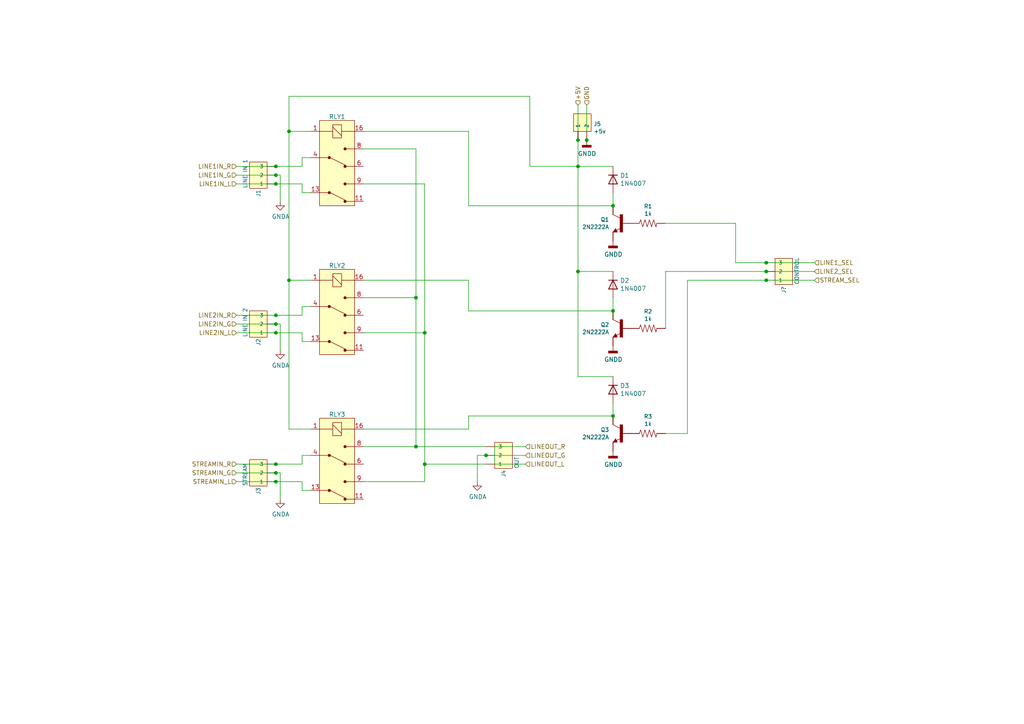
<source format=kicad_sch>
(kicad_sch (version 20211123) (generator eeschema)
  (paper "A4")
  (title_block (title "ModulAmp") (rev "1.0") (company "Paolo Marcucci"))
  (lib_symbols
    (symbol "Diode:1N4007" (pin_numbers hide) (pin_names (offset 1.016) hide)
      (property "Reference" "D" (at 0 2.54 0))
      (property "Value" "1N4007" (at 0 -2.54 0))
      (symbol "1N4007_0_1"
        (polyline (pts (xy -1.27 1.27) (xy -1.27 -1.27)) (stroke (width 0.254)))
        (polyline (pts (xy 1.27 0) (xy -1.27 0)))
        (polyline (pts (xy 1.27 1.27) (xy 1.27 -1.27) (xy -1.27 0) (xy 1.27 1.27)) (stroke (width 0.254)))
      )
      (symbol "1N4007_1_1"
        (pin passive line (at -3.81 0 0) (length 2.54) (name "K") (number "1"))
        (pin passive line (at 3.81 0 180) (length 2.54) (name "A") (number "2"))
      )
    )
    (symbol "SparkFun-Connectors:CONN_02JST-PTH-2" (pin_numbers hide) (pin_names (offset 1.016))
      (property "Reference" "J" (at -5.08 5.08 0))
      (property "Value" "SparkFun-Connectors_CONN_02JST-PTH-2" (at -5.08 -3.81 0))
      (property "Field4" "CONN-09863" (at 0 8.89 0))
      (symbol "CONN_02JST-PTH-2_1_0"
        (rectangle (start 0 -1.27) (end -5.08 3.81) (fill (type background)))
      )
      (symbol "CONN_02JST-PTH-2_1_1"
        (pin passive line (at 2.54 0 180) (length 2.54) (name "1") (number "1"))
        (pin passive line (at 2.54 2.54 180) (length 2.54) (name "2") (number "2"))
      )
    )
    (symbol "SparkFun-Connectors:CONN_03JST-PTH-VERT" (pin_numbers hide) (pin_names (offset 1.016))
      (property "Reference" "J" (at -5.08 7.62 0))
      (property "Value" "SparkFun-Connectors_CONN_03JST-PTH-VERT" (at -5.08 -3.81 0))
      (property "Field4" "CONN-13230" (at 0 11.43 0))
      (symbol "CONN_03JST-PTH-VERT_0_1"
        (rectangle (start 0 -1.27) (end -5.08 6.35) (fill (type background)))
      )
      (symbol "CONN_03JST-PTH-VERT_1_1"
        (pin passive line (at 2.54 0 180) (length 2.54) (name "1") (number "1"))
        (pin passive line (at 2.54 2.54 180) (length 2.54) (name "2") (number "2"))
        (pin passive line (at 2.54 5.08 180) (length 2.54) (name "3") (number "3"))
      )
    )
    (symbol "SparkFun-DiscreteSemi:TRANS_NPN-P2N2222A" (pin_numbers hide) (pin_names (offset 1.016) hide)
      (property "Reference" "Q" (at 3.81 3.81 0))
      (property "Value" "SparkFun-DiscreteSemi_TRANS_NPN-P2N2222A" (at 3.81 -5.08 0))
      (property "Field4" "TRANS-09536" (at 0 7.62 0))
      (symbol "TRANS_NPN-P2N2222A_1_0"
        (polyline (pts (xy 1.524 -2.032) (xy 0.3048 -1.4224)))
        (polyline (pts (xy 2.54 2.54) (xy 0.508 1.524)))
      )
      (symbol "TRANS_NPN-P2N2222A_1_1"
        (rectangle (start -0.254 -2.54) (end 0.508 2.54) (fill (type outline)))
        (polyline (pts (xy 1.778 -1.524) (xy 2.54 -2.54) (xy 1.27 -2.54) (xy 1.778 -1.524)) (fill (type outline)))
        (pin passive line (at 2.54 5.08 270) (length 2.54) (name "C") (number "1"))
        (pin passive line (at -2.54 0 0) (length 2.54) (name "B") (number "2"))
        (pin passive line (at 2.54 -5.08 90) (length 2.54) (name "E") (number "3"))
      )
    )
    (symbol "SparkFun-Resistors:1KOHM-HORIZ-1_4W-5%" (pin_numbers hide) (pin_names (offset 1.016) hide)
      (property "Reference" "R" (at -5.08 1.27 0))
      (property "Value" "SparkFun-Resistors_1KOHM-HORIZ-1_4W-5%" (at -5.08 -3.81 0))
      (property "Field4" "RES-08380" (at 0 5.08 0))
      (symbol "1KOHM-HORIZ-1_4W-5%_1_0"
        (polyline (pts (xy -2.54 0) (xy -2.159 1.016)))
        (polyline (pts (xy -2.159 1.016) (xy -1.524 -1.016)))
        (polyline (pts (xy -1.524 -1.016) (xy -0.889 1.016)))
        (polyline (pts (xy -0.889 1.016) (xy -0.254 -1.016)))
        (polyline (pts (xy -0.254 -1.016) (xy 0.381 1.016)))
        (polyline (pts (xy 0.381 1.016) (xy 1.016 -1.016)))
        (polyline (pts (xy 1.016 -1.016) (xy 1.651 1.016)))
        (polyline (pts (xy 1.651 1.016) (xy 2.286 -1.016)))
        (polyline (pts (xy 2.286 -1.016) (xy 2.54 0)))
      )
      (symbol "1KOHM-HORIZ-1_4W-5%_1_1"
        (pin passive line (at -5.08 0 0) (length 2.54) (name "1") (number "P$1"))
        (pin passive line (at 5.08 0 180) (length 2.54) (name "2") (number "P$2"))
      )
    )
    (symbol "dk_Signal-Relays-Up-to-2-Amps:G5V-2-DC12" (pin_names (offset 1.016) hide)
      (property "Reference" "RLY" (at -15.875 6.35 0))
      (property "Value" "G5V-2-DC12" (at -14.986 4.826 90))
      (symbol "G5V-2-DC12_0_1"
        (rectangle (start -13.335 5.08) (end 11.43 -5.08) (fill (type background)))
        (rectangle (start -12.065 1.27) (end -8.255 -1.27))
        (circle (center -5.08 2.286) (radius 0.3556) (fill (type outline)))
        (circle (center -2.54 -2.286) (radius 0.3556) (fill (type outline)))
        (polyline (pts (xy -11.43 -1.27) (xy -8.89 1.27)))
        (polyline (pts (xy -10.16 -1.27) (xy -10.16 -5.08)))
        (polyline (pts (xy -10.16 5.08) (xy -10.16 1.27)))
        (polyline (pts (xy -5.08 5.08) (xy -5.08 2.54)))
        (polyline (pts (xy -2.54 -5.08) (xy -2.54 -2.54)))
        (polyline (pts (xy -2.54 -2.032) (xy -0.254 2.54)))
        (polyline (pts (xy 0 5.08) (xy 0 2.54)))
        (polyline (pts (xy 5.08 5.08) (xy 5.08 2.54)))
        (polyline (pts (xy 7.62 -5.08) (xy 7.62 -2.54)))
        (polyline (pts (xy 7.62 -2.032) (xy 9.906 2.54)))
        (polyline (pts (xy 10.16 5.08) (xy 10.16 2.54)))
        (circle (center 0 2.286) (radius 0.3556) (fill (type outline)))
        (circle (center 5.08 2.286) (radius 0.3556) (fill (type outline)))
        (circle (center 7.62 -2.286) (radius 0.3556) (fill (type outline)))
        (circle (center 10.16 2.286) (radius 0.3556) (fill (type outline)))
      )
      (symbol "G5V-2-DC12_1_1"
        (pin passive line (at -10.16 -7.62 90) (length 2.54) (name "COIL") (number "1"))
        (pin passive line (at 10.16 7.62 270) (length 2.54) (name "NC2") (number "11"))
        (pin passive line (at 7.62 -7.62 90) (length 2.54) (name "COM2") (number "13"))
        (pin passive line (at -10.16 7.62 270) (length 2.54) (name "COIL") (number "16"))
        (pin passive line (at -2.54 -7.62 90) (length 2.54) (name "COM1") (number "4"))
        (pin passive line (at 0 7.62 270) (length 2.54) (name "NC1") (number "6"))
        (pin passive line (at -5.08 7.62 270) (length 2.54) (name "NO1") (number "8"))
        (pin passive line (at 5.08 7.62 270) (length 2.54) (name "NO2") (number "9"))
      )
    )
    (symbol "power:GNDA" (power) (pin_names (offset 0))
      (property "Value" "GNDA" (at 0 -3.81 0))
      (symbol "GNDA_0_1"
        (polyline (pts (xy 0 0) (xy 0 -1.27) (xy 1.27 -1.27) (xy 0 -2.54) (xy -1.27 -1.27) (xy 0 -1.27)))
      )
      (symbol "GNDA_1_1"
        (pin power_in line (at 0 0 270) (length 0) hide (name "GNDA") (number "1"))
      )
    )
    (symbol "power:GNDD" (power) (pin_names (offset 0))
      (property "Value" "GNDD" (at 0 -3.175 0))
      (symbol "GNDD_0_1"
        (rectangle (start -1.27 -1.524) (end 1.27 -2.032) (stroke (width 0.254)) (fill (type outline)))
        (polyline (pts (xy 0 0) (xy 0 -1.524)))
      )
      (symbol "GNDD_1_1"
        (pin power_in line (at 0 0 270) (length 0) hide (name "GNDD") (number "1"))
      )
    )
  )
  (junction (at 80.01 48.26))
  (junction (at 123.19 134.62))
  (junction (at 83.82 38.1))
  (junction (at 167.64 48.26))
  (junction (at 222.25 76.2))
  (junction (at 167.64 40.64))
  (junction (at 222.25 78.74))
  (junction (at 80.01 96.52))
  (junction (at 83.82 81.28))
  (junction (at 170.18 40.64))
  (junction (at 80.01 93.98))
  (junction (at 80.01 137.16))
  (junction (at 167.64 78.74))
  (junction (at 80.01 91.44))
  (junction (at 177.8 90.17))
  (junction (at 120.65 129.54))
  (junction (at 177.8 120.65))
  (junction (at 222.25 81.28))
  (junction (at 80.01 134.62))
  (junction (at 123.19 96.52))
  (junction (at 80.01 139.7))
  (junction (at 80.01 53.34))
  (junction (at 120.65 86.36))
  (junction (at 140.97 132.08))
  (junction (at 177.8 59.69))
  (junction (at 80.01 50.8))
  (wire (pts (xy 80.01 53.34) (xy 87.63 53.34)))
  (wire (pts (xy 105.41 139.7) (xy 123.19 139.7)))
  (wire (pts (xy 105.41 53.34) (xy 123.19 53.34)))
  (wire (pts (xy 81.28 101.6) (xy 81.28 93.98)))
  (wire (pts (xy 138.43 132.08) (xy 140.97 132.08)))
  (wire (pts (xy 68.58 93.98) (xy 80.01 93.98)))
  (wire (pts (xy 83.82 81.28) (xy 83.82 124.46)))
  (wire (pts (xy 135.89 120.65) (xy 177.8 120.65)))
  (wire (pts (xy 105.41 38.1) (xy 135.89 38.1)))
  (wire (pts (xy 138.43 139.7) (xy 138.43 132.08)))
  (wire (pts (xy 213.36 64.77) (xy 213.36 76.2)))
  (wire (pts (xy 120.65 43.18) (xy 120.65 86.36)))
  (wire (pts (xy 105.41 96.52) (xy 123.19 96.52)))
  (wire (pts (xy 193.04 125.73) (xy 199.39 125.73)))
  (wire (pts (xy 81.28 144.78) (xy 81.28 137.16)))
  (wire (pts (xy 87.63 45.72) (xy 87.63 48.26)))
  (wire (pts (xy 80.01 91.44) (xy 87.63 91.44)))
  (wire (pts (xy 83.82 38.1) (xy 83.82 81.28)))
  (wire (pts (xy 123.19 53.34) (xy 123.19 96.52)))
  (wire (pts (xy 199.39 125.73) (xy 199.39 81.28)))
  (wire (pts (xy 177.8 90.17) (xy 135.89 90.17)))
  (wire (pts (xy 152.4 129.54) (xy 143.51 129.54)))
  (wire (pts (xy 123.19 134.62) (xy 140.97 134.62)))
  (wire (pts (xy 68.58 137.16) (xy 80.01 137.16)))
  (wire (pts (xy 68.58 91.44) (xy 80.01 91.44)))
  (wire (pts (xy 120.65 129.54) (xy 140.97 129.54)))
  (wire (pts (xy 80.01 96.52) (xy 87.63 96.52)))
  (wire (pts (xy 222.25 78.74) (xy 236.22 78.74)))
  (wire (pts (xy 135.89 81.28) (xy 135.89 90.17)))
  (wire (pts (xy 87.63 99.06) (xy 87.63 96.52)))
  (wire (pts (xy 170.18 30.48) (xy 170.18 40.64)))
  (wire (pts (xy 167.64 30.48) (xy 167.64 40.64)))
  (wire (pts (xy 177.8 120.65) (xy 177.8 116.84)))
  (wire (pts (xy 193.04 78.74) (xy 222.25 78.74)))
  (wire (pts (xy 105.41 129.54) (xy 120.65 129.54)))
  (wire (pts (xy 193.04 64.77) (xy 213.36 64.77)))
  (wire (pts (xy 222.25 76.2) (xy 236.22 76.2)))
  (wire (pts (xy 193.04 95.25) (xy 193.04 78.74)))
  (wire (pts (xy 167.64 78.74) (xy 177.8 78.74)))
  (wire (pts (xy 167.64 48.26) (xy 167.64 78.74)))
  (wire (pts (xy 90.17 132.08) (xy 87.63 132.08)))
  (wire (pts (xy 153.67 27.94) (xy 153.67 48.26)))
  (wire (pts (xy 105.41 81.28) (xy 135.89 81.28)))
  (wire (pts (xy 143.51 134.62) (xy 152.4 134.62)))
  (wire (pts (xy 167.64 48.26) (xy 177.8 48.26)))
  (wire (pts (xy 80.01 50.8) (xy 81.28 50.8)))
  (wire (pts (xy 153.67 48.26) (xy 167.64 48.26)))
  (wire (pts (xy 135.89 120.65) (xy 135.89 124.46)))
  (wire (pts (xy 135.89 38.1) (xy 135.89 59.69)))
  (wire (pts (xy 80.01 134.62) (xy 87.63 134.62)))
  (wire (pts (xy 177.8 59.69) (xy 177.8 55.88)))
  (wire (pts (xy 87.63 55.88) (xy 87.63 53.34)))
  (wire (pts (xy 120.65 86.36) (xy 120.65 129.54)))
  (wire (pts (xy 152.4 132.08) (xy 140.97 132.08)))
  (wire (pts (xy 177.8 123.19) (xy 177.8 120.65)))
  (wire (pts (xy 68.58 48.26) (xy 80.01 48.26)))
  (wire (pts (xy 105.41 86.36) (xy 120.65 86.36)))
  (wire (pts (xy 123.19 96.52) (xy 123.19 134.62)))
  (wire (pts (xy 80.01 93.98) (xy 81.28 93.98)))
  (wire (pts (xy 90.17 99.06) (xy 87.63 99.06)))
  (wire (pts (xy 167.64 109.22) (xy 177.8 109.22)))
  (wire (pts (xy 83.82 27.94) (xy 153.67 27.94)))
  (wire (pts (xy 90.17 142.24) (xy 87.63 142.24)))
  (wire (pts (xy 87.63 132.08) (xy 87.63 134.62)))
  (wire (pts (xy 87.63 88.9) (xy 87.63 91.44)))
  (wire (pts (xy 83.82 124.46) (xy 90.17 124.46)))
  (wire (pts (xy 222.25 81.28) (xy 236.22 81.28)))
  (wire (pts (xy 167.64 40.64) (xy 167.64 48.26)))
  (wire (pts (xy 68.58 53.34) (xy 80.01 53.34)))
  (wire (pts (xy 177.8 92.71) (xy 177.8 90.17)))
  (wire (pts (xy 87.63 142.24) (xy 87.63 139.7)))
  (wire (pts (xy 90.17 55.88) (xy 87.63 55.88)))
  (wire (pts (xy 143.51 129.54) (xy 143.51 134.62)))
  (wire (pts (xy 80.01 139.7) (xy 87.63 139.7)))
  (wire (pts (xy 199.39 81.28) (xy 222.25 81.28)))
  (wire (pts (xy 80.01 48.26) (xy 87.63 48.26)))
  (wire (pts (xy 83.82 38.1) (xy 90.17 38.1)))
  (wire (pts (xy 81.28 58.42) (xy 81.28 50.8)))
  (wire (pts (xy 177.8 62.23) (xy 177.8 59.69)))
  (wire (pts (xy 68.58 134.62) (xy 80.01 134.62)))
  (wire (pts (xy 105.41 43.18) (xy 120.65 43.18)))
  (wire (pts (xy 213.36 76.2) (xy 222.25 76.2)))
  (wire (pts (xy 80.01 137.16) (xy 81.28 137.16)))
  (wire (pts (xy 177.8 90.17) (xy 177.8 86.36)))
  (wire (pts (xy 177.8 59.69) (xy 135.89 59.69)))
  (wire (pts (xy 68.58 50.8) (xy 80.01 50.8)))
  (wire (pts (xy 87.63 45.72) (xy 90.17 45.72)))
  (wire (pts (xy 167.64 78.74) (xy 167.64 109.22)))
  (wire (pts (xy 90.17 88.9) (xy 87.63 88.9)))
  (wire (pts (xy 68.58 96.52) (xy 80.01 96.52)))
  (wire (pts (xy 105.41 124.46) (xy 135.89 124.46)))
  (wire (pts (xy 83.82 81.28) (xy 90.17 81.28)))
  (wire (pts (xy 83.82 38.1) (xy 83.82 27.94)))
  (wire (pts (xy 68.58 139.7) (xy 80.01 139.7)))
  (wire (pts (xy 123.19 134.62) (xy 123.19 139.7)))
  (hierarchical_label "LINEOUT_L" (shape input) (at 152.4 134.62 0))
  (hierarchical_label "LINEOUT_G" (shape input) (at 152.4 132.08 0))
  (hierarchical_label "STREAMIN_G" (shape input) (at 68.58 137.16 180))
  (hierarchical_label "LINE1_SEL" (shape input) (at 236.22 76.2 0))
  (hierarchical_label "LINE2IN_G" (shape input) (at 68.58 93.98 180))
  (hierarchical_label "+5V" (shape input) (at 167.64 30.48 90))
  (hierarchical_label "LINE2IN_L" (shape input) (at 68.58 96.52 180))
  (hierarchical_label "STREAM_SEL" (shape input) (at 236.22 81.28 0))
  (hierarchical_label "LINE2_SEL" (shape input) (at 236.22 78.74 0))
  (hierarchical_label "LINE2IN_R" (shape input) (at 68.58 91.44 180))
  (hierarchical_label "STREAMIN_L" (shape input) (at 68.58 139.7 180))
  (hierarchical_label "LINE1IN_L" (shape input) (at 68.58 53.34 180))
  (hierarchical_label "STREAMIN_R" (shape input) (at 68.58 134.62 180))
  (hierarchical_label "LINE1IN_R" (shape input) (at 68.58 48.26 180))
  (hierarchical_label "LINEOUT_R" (shape input) (at 152.4 129.54 0))
  (hierarchical_label "GND" (shape input) (at 170.18 30.48 90))
  (hierarchical_label "LINE1IN_G" (shape input) (at 68.58 50.8 180))
  (symbol (lib_id "power:GNDD") (at 177.8 130.81 0) (unit 1)
    (property "Reference" "#PWR0105" (effects hide))
    (property "Value" "GNDD" (at 177.9016 134.747 0))
  )
  (symbol (lib_id "Diode:1N4007") (at 177.8 113.03 270) (unit 1)
    (property "Reference" "D3" (at 179.832 111.8616 90) (effects (justify left)))
    (property "Value" "1N4007" (at 179.832 114.173 90) (effects (justify left)))
    (property "Footprint" "Diode_THT:D_DO-41_SOD81_P10.16mm_Horizontal" (effects hide))
    (property "Datasheet" "http://www.vishay.com/docs/88503/1n4001.pdf" (effects hide))
  )
  (symbol (lib_id "SparkFun-DiscreteSemi:TRANS_NPN-P2N2222A") (at 180.34 125.73 0) (mirror y) (unit 1)
    (property "Reference" "Q3" (at 176.6824 124.6632 0) (effects (font (size 1.143 1.143)) (justify left)))
    (property "Value" "2N2222A" (at 176.6824 126.7968 0) (effects (font (size 1.143 1.143)) (justify left)))
    (property "Footprint" "TO-92" (effects hide))
    (property "Field4" "TRANS-09536" (effects hide))
  )
  (symbol (lib_id "SparkFun-Resistors:1KOHM-HORIZ-1_4W-5%") (at 187.96 125.73 0) (unit 1)
    (property "Reference" "R3" (at 187.96 120.8024 0) (effects (font (size 1.143 1.143))))
    (property "Value" "1k" (at 187.96 122.936 0) (effects (font (size 1.143 1.143))))
    (property "Footprint" "AXIAL-0.3" (effects hide))
    (property "Field4" "RES-08380" (effects hide))
  )
  (symbol (lib_id "power:GNDD") (at 177.8 100.33 0) (unit 1)
    (property "Reference" "#PWR0106" (effects hide))
    (property "Value" "GNDD" (at 177.9016 104.267 0))
  )
  (symbol (lib_id "Diode:1N4007") (at 177.8 82.55 270) (unit 1)
    (property "Reference" "D2" (at 179.832 81.3816 90) (effects (justify left)))
    (property "Value" "1N4007" (at 179.832 83.693 90) (effects (justify left)))
    (property "Footprint" "Diode_THT:D_DO-41_SOD81_P10.16mm_Horizontal" (effects hide))
    (property "Datasheet" "http://www.vishay.com/docs/88503/1n4001.pdf" (effects hide))
  )
  (symbol (lib_id "SparkFun-DiscreteSemi:TRANS_NPN-P2N2222A") (at 180.34 95.25 0) (mirror y) (unit 1)
    (property "Reference" "Q2" (at 176.6824 94.1832 0) (effects (font (size 1.143 1.143)) (justify left)))
    (property "Value" "2N2222A" (at 176.6824 96.3168 0) (effects (font (size 1.143 1.143)) (justify left)))
    (property "Footprint" "TO-92" (effects hide))
    (property "Field4" "TRANS-09536" (effects hide))
  )
  (symbol (lib_id "SparkFun-Resistors:1KOHM-HORIZ-1_4W-5%") (at 187.96 95.25 0) (unit 1)
    (property "Reference" "R2" (at 187.96 90.3224 0) (effects (font (size 1.143 1.143))))
    (property "Value" "1k" (at 187.96 92.456 0) (effects (font (size 1.143 1.143))))
    (property "Footprint" "AXIAL-0.3" (effects hide))
    (property "Field4" "RES-08380" (effects hide))
  )
  (symbol (lib_id "power:GNDD") (at 177.8 69.85 0) (unit 1)
    (property "Reference" "#PWR0107" (effects hide))
    (property "Value" "GNDD" (at 177.9016 73.787 0))
  )
  (symbol (lib_id "power:GNDD") (at 170.18 40.64 0) (unit 1)
    (property "Reference" "#PWR0108" (effects hide))
    (property "Value" "GNDD" (at 170.2816 44.577 0))
  )
  (symbol (lib_id "SparkFun-Connectors:CONN_02JST-PTH-2") (at 167.64 38.1 270) (unit 1)
    (property "Reference" "J5" (at 172.1612 35.9664 90) (effects (font (size 1.143 1.143)) (justify left)))
    (property "Value" "+5v" (at 172.1612 38.1 90) (effects (font (size 1.143 1.143)) (justify left)))
    (property "Footprint" "JST-2-PTH" (effects hide))
    (property "Field4" "CONN-09863" (effects hide))
  )
  (symbol (lib_id "power:GNDA") (at 138.43 139.7 0) (unit 1)
    (property "Reference" "#PWR0109" (effects hide))
    (property "Value" "GNDA" (at 138.557 144.0942 0))
  )
  (symbol (lib_id "Diode:1N4007") (at 177.8 52.07 270) (unit 1)
    (property "Reference" "D1" (at 179.832 50.9016 90) (effects (justify left)))
    (property "Value" "1N4007" (at 179.832 53.213 90) (effects (justify left)))
    (property "Footprint" "Diode_THT:D_DO-41_SOD81_P10.16mm_Horizontal" (effects hide))
    (property "Datasheet" "http://www.vishay.com/docs/88503/1n4001.pdf" (effects hide))
  )
  (symbol (lib_id "SparkFun-DiscreteSemi:TRANS_NPN-P2N2222A") (at 180.34 64.77 0) (mirror y) (unit 1)
    (property "Reference" "Q1" (at 176.6824 63.7032 0) (effects (font (size 1.143 1.143)) (justify left)))
    (property "Value" "2N2222A" (at 176.6824 65.8368 0) (effects (font (size 1.143 1.143)) (justify left)))
    (property "Footprint" "TO-92" (effects hide))
    (property "Field4" "TRANS-09536" (effects hide))
  )
  (symbol (lib_id "SparkFun-Resistors:1KOHM-HORIZ-1_4W-5%") (at 187.96 64.77 0) (unit 1)
    (property "Reference" "R1" (at 187.96 59.8424 0) (effects (font (size 1.143 1.143))))
    (property "Value" "1k" (at 187.96 61.976 0) (effects (font (size 1.143 1.143))))
    (property "Footprint" "AXIAL-0.3" (effects hide))
    (property "Field4" "RES-08380" (effects hide))
  )
  (symbol (lib_id "SparkFun-Connectors:CONN_03JST-PTH-VERT") (at 143.51 134.62 0) (mirror y) (unit 1)
    (property "Reference" "J4" (at 146.05 138.43 90) (effects (font (size 1.143 1.143)) (justify left)))
    (property "Value" "OUT" (at 149.86 135.89 90) (effects (font (size 1.143 1.143)) (justify left)))
    (property "Footprint" "JST-3-PTH-VERT" (effects hide))
  )
  (symbol (lib_id "SparkFun-Connectors:CONN_03JST-PTH-VERT") (at 77.47 139.7 0) (unit 1)
    (property "Reference" "J3" (at 74.93 143.51 90) (effects (font (size 1.143 1.143)) (justify left)))
    (property "Value" "STREAM" (at 71.12 140.97 90) (effects (font (size 1.143 1.143)) (justify left)))
    (property "Footprint" "JST-3-PTH-VERT" (effects hide))
  )
  (symbol (lib_id "SparkFun-Connectors:CONN_03JST-PTH-VERT") (at 77.47 96.52 0) (unit 1)
    (property "Reference" "J2" (at 74.93 100.33 90) (effects (font (size 1.143 1.143)) (justify left)))
    (property "Value" "LINE IN 2" (at 71.12 97.79 90) (effects (font (size 1.143 1.143)) (justify left)))
    (property "Footprint" "JST-3-PTH-VERT" (effects hide))
  )
  (symbol (lib_id "SparkFun-Connectors:CONN_03JST-PTH-VERT") (at 77.47 53.34 0) (unit 1)
    (property "Reference" "J1" (at 74.93 57.15 90) (effects (font (size 1.143 1.143)) (justify left)))
    (property "Value" "LINE IN 1" (at 71.12 54.61 90) (effects (font (size 1.143 1.143)) (justify left)))
    (property "Footprint" "JST-3-PTH-VERT" (effects hide))
  )
  (symbol (lib_id "power:GNDA") (at 81.28 101.6 0) (unit 1)
    (property "Reference" "#PWR0101" (effects hide))
    (property "Value" "GNDA" (at 81.407 105.9942 0))
  )
  (symbol (lib_id "dk_Signal-Relays-Up-to-2-Amps:G5V-2-DC12") (at 97.79 48.26 270) (unit 1)
    (property "Reference" "RLY1" (at 97.79 33.8605 90))
    (property "Value" "G5V-2-DC12" (effects hide))
    (property "Footprint" "digikey-footprints:Relay_THT_G5V-2" (effects hide))
    (property "Datasheet" "https://omronfs.omron.com/en_US/ecb/products/pdf/en-g5v_2.pdf" (effects hide))
    (property "Digi-Key_PN" "Z768-ND" (effects hide))
    (property "MPN" "G5V-2-DC12" (effects hide))
    (property "Category" "Relays" (effects hide))
    (property "Family" "Signal Relays, Up to 2 Amps" (effects hide))
    (property "DK_Datasheet_Link" "https://omronfs.omron.com/en_US/ecb/products/pdf/en-g5v_2.pdf" (effects hide))
    (property "DK_Detail_Page" "/product-detail/en/omron-electronics-inc-emc-div/G5V-2-DC12/Z768-ND/87821" (effects hide))
    (property "Description" "RELAY GEN PURPOSE DPDT 2A 12VDC" (effects hide))
    (property "Manufacturer" "Omron Electronics Inc-EMC Div" (effects hide))
    (property "Status" "Active" (effects hide))
  )
  (symbol (lib_id "dk_Signal-Relays-Up-to-2-Amps:G5V-2-DC12") (at 97.79 134.62 270) (unit 1)
    (property "Reference" "RLY3" (at 97.79 120.2205 90))
    (property "Value" "G5V-2-DC12" (effects hide))
    (property "Footprint" "digikey-footprints:Relay_THT_G5V-2" (effects hide))
    (property "Datasheet" "https://omronfs.omron.com/en_US/ecb/products/pdf/en-g5v_2.pdf" (effects hide))
    (property "Digi-Key_PN" "Z768-ND" (effects hide))
    (property "MPN" "G5V-2-DC12" (effects hide))
    (property "Category" "Relays" (effects hide))
    (property "Family" "Signal Relays, Up to 2 Amps" (effects hide))
    (property "DK_Datasheet_Link" "https://omronfs.omron.com/en_US/ecb/products/pdf/en-g5v_2.pdf" (effects hide))
    (property "DK_Detail_Page" "/product-detail/en/omron-electronics-inc-emc-div/G5V-2-DC12/Z768-ND/87821" (effects hide))
    (property "Description" "RELAY GEN PURPOSE DPDT 2A 12VDC" (effects hide))
    (property "Manufacturer" "Omron Electronics Inc-EMC Div" (effects hide))
    (property "Status" "Active" (effects hide))
  )
  (symbol (lib_id "dk_Signal-Relays-Up-to-2-Amps:G5V-2-DC12") (at 97.79 91.44 270) (unit 1)
    (property "Reference" "RLY2" (at 97.79 77.0405 90))
    (property "Value" "G5V-2-DC12" (effects hide))
    (property "Footprint" "digikey-footprints:Relay_THT_G5V-2" (effects hide))
    (property "Datasheet" "https://omronfs.omron.com/en_US/ecb/products/pdf/en-g5v_2.pdf" (effects hide))
    (property "Digi-Key_PN" "Z768-ND" (effects hide))
    (property "MPN" "G5V-2-DC12" (effects hide))
    (property "Category" "Relays" (effects hide))
    (property "Family" "Signal Relays, Up to 2 Amps" (effects hide))
    (property "DK_Datasheet_Link" "https://omronfs.omron.com/en_US/ecb/products/pdf/en-g5v_2.pdf" (effects hide))
    (property "DK_Detail_Page" "/product-detail/en/omron-electronics-inc-emc-div/G5V-2-DC12/Z768-ND/87821" (effects hide))
    (property "Description" "RELAY GEN PURPOSE DPDT 2A 12VDC" (effects hide))
    (property "Manufacturer" "Omron Electronics Inc-EMC Div" (effects hide))
    (property "Status" "Active" (effects hide))
  )
  (symbol (lib_id "SparkFun-Connectors:CONN_03JST-PTH-VERT") (at 224.79 81.28 0) (mirror y) (unit 1)
    (property "Reference" "J?" (at 227.33 85.09 90) (effects (font (size 1.143 1.143)) (justify left)))
    (property "Value" "CONTROL" (at 231.14 82.55 90) (effects (font (size 1.143 1.143)) (justify left)))
    (property "Footprint" "JST-3-PTH-VERT" (effects hide))
  )
  (symbol (lib_id "power:GNDA") (at 81.28 58.42 0) (unit 1)
    (property "Reference" "#PWR0102" (effects hide))
    (property "Value" "GNDA" (at 81.407 62.8142 0))
  )
  (symbol (lib_id "power:GNDA") (at 81.28 144.78 0) (unit 1)
    (property "Reference" "#PWR0103" (effects hide))
    (property "Value" "GNDA" (at 81.407 149.1742 0))
  )
)
</source>
